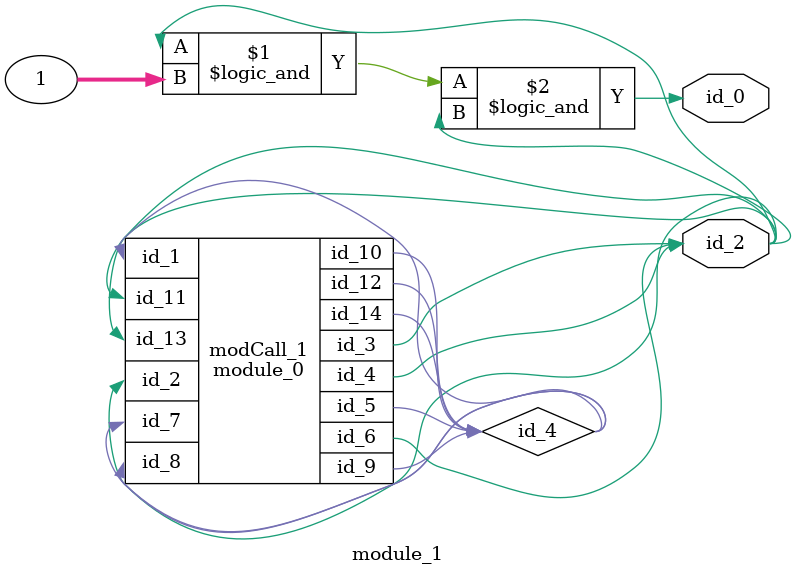
<source format=v>
module module_0 (
    id_1,
    id_2,
    id_3,
    id_4,
    id_5,
    id_6,
    id_7,
    id_8,
    id_9,
    id_10,
    id_11,
    id_12,
    id_13,
    id_14
);
  output wire id_14;
  input wire id_13;
  inout wire id_12;
  input wire id_11;
  inout wire id_10;
  output wire id_9;
  input wire id_8;
  input wire id_7;
  output wire id_6;
  output wire id_5;
  inout wire id_4;
  output wire id_3;
  input wire id_2;
  input wire id_1;
  wire id_15 = id_1;
endmodule
module module_1 (
    output tri id_0
    , id_2
);
  assign id_0 = id_2 && 1 && id_2;
  wire id_4;
  module_0 modCall_1 (
      id_4,
      id_2,
      id_2,
      id_2,
      id_4,
      id_2,
      id_4,
      id_4,
      id_4,
      id_4,
      id_2,
      id_4,
      id_2,
      id_4
  );
  wire id_5;
endmodule

</source>
